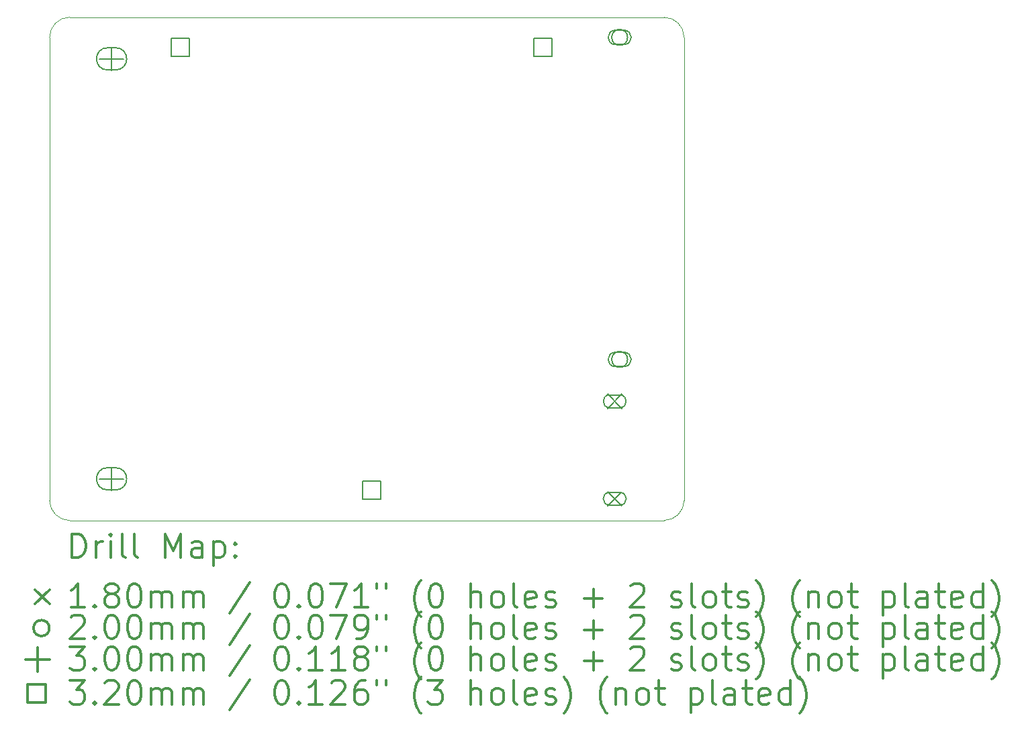
<source format=gbr>
%FSLAX45Y45*%
G04 Gerber Fmt 4.5, Leading zero omitted, Abs format (unit mm)*
G04 Created by KiCad (PCBNEW (5.1.2-1)-1) date 2023-07-30 19:13:54*
%MOMM*%
%LPD*%
G04 APERTURE LIST*
%ADD10C,0.050000*%
%ADD11C,0.200000*%
%ADD12C,0.300000*%
G04 APERTURE END LIST*
D10*
X12065000Y-4064000D02*
G75*
G02X12319000Y-4318000I0J-254000D01*
G01*
X12319000Y-10160000D02*
G75*
G02X12065000Y-10414000I-254000J0D01*
G01*
X4572000Y-10414000D02*
G75*
G02X4318000Y-10160000I0J254000D01*
G01*
X4318000Y-4318000D02*
G75*
G02X4572000Y-4064000I254000J0D01*
G01*
X4318000Y-10160000D02*
X4318000Y-4318000D01*
X12065000Y-10414000D02*
X4572000Y-10414000D01*
X12319000Y-4318000D02*
X12319000Y-10160000D01*
X4572000Y-4064000D02*
X12065000Y-4064000D01*
D11*
X11354000Y-8820000D02*
X11534000Y-9000000D01*
X11534000Y-8820000D02*
X11354000Y-9000000D01*
X11379000Y-8990000D02*
X11509000Y-8990000D01*
X11379000Y-8830000D02*
X11509000Y-8830000D01*
X11509000Y-8990000D02*
G75*
G03X11509000Y-8830000I0J80000D01*
G01*
X11379000Y-8830000D02*
G75*
G03X11379000Y-8990000I0J-80000D01*
G01*
X11354000Y-10050000D02*
X11534000Y-10230000D01*
X11534000Y-10050000D02*
X11354000Y-10230000D01*
X11379000Y-10220000D02*
X11509000Y-10220000D01*
X11379000Y-10060000D02*
X11509000Y-10060000D01*
X11509000Y-10220000D02*
G75*
G03X11509000Y-10060000I0J80000D01*
G01*
X11379000Y-10060000D02*
G75*
G03X11379000Y-10220000I0J-80000D01*
G01*
X11606200Y-4318000D02*
G75*
G03X11606200Y-4318000I-100000J0D01*
G01*
X11451200Y-4408000D02*
X11561200Y-4408000D01*
X11451200Y-4228000D02*
X11561200Y-4228000D01*
X11561200Y-4408000D02*
G75*
G03X11561200Y-4228000I0J90000D01*
G01*
X11451200Y-4228000D02*
G75*
G03X11451200Y-4408000I0J-90000D01*
G01*
X11606200Y-8382000D02*
G75*
G03X11606200Y-8382000I-100000J0D01*
G01*
X11451200Y-8472000D02*
X11561200Y-8472000D01*
X11451200Y-8292000D02*
X11561200Y-8292000D01*
X11561200Y-8472000D02*
G75*
G03X11561200Y-8292000I0J90000D01*
G01*
X11451200Y-8292000D02*
G75*
G03X11451200Y-8472000I0J-90000D01*
G01*
X5100066Y-4439018D02*
X5100066Y-4739018D01*
X4950066Y-4589018D02*
X5250066Y-4589018D01*
X5150066Y-4449018D02*
X5050066Y-4449018D01*
X5150066Y-4729018D02*
X5050066Y-4729018D01*
X5050066Y-4449018D02*
G75*
G03X5050066Y-4729018I0J-140000D01*
G01*
X5150066Y-4729018D02*
G75*
G03X5150066Y-4449018I0J140000D01*
G01*
X5100066Y-9738982D02*
X5100066Y-10038982D01*
X4950066Y-9888982D02*
X5250066Y-9888982D01*
X5150066Y-9748982D02*
X5050066Y-9748982D01*
X5150066Y-10028982D02*
X5050066Y-10028982D01*
X5050066Y-9748982D02*
G75*
G03X5050066Y-10028982I0J-140000D01*
G01*
X5150066Y-10028982D02*
G75*
G03X5150066Y-9748982I0J140000D01*
G01*
X8495138Y-10146138D02*
X8495138Y-9919862D01*
X8268862Y-9919862D01*
X8268862Y-10146138D01*
X8495138Y-10146138D01*
X6082138Y-4558138D02*
X6082138Y-4331862D01*
X5855862Y-4331862D01*
X5855862Y-4558138D01*
X6082138Y-4558138D01*
X10654138Y-4558138D02*
X10654138Y-4331862D01*
X10427862Y-4331862D01*
X10427862Y-4558138D01*
X10654138Y-4558138D01*
D12*
X4601928Y-10882214D02*
X4601928Y-10582214D01*
X4673357Y-10582214D01*
X4716214Y-10596500D01*
X4744786Y-10625072D01*
X4759071Y-10653643D01*
X4773357Y-10710786D01*
X4773357Y-10753643D01*
X4759071Y-10810786D01*
X4744786Y-10839357D01*
X4716214Y-10867929D01*
X4673357Y-10882214D01*
X4601928Y-10882214D01*
X4901928Y-10882214D02*
X4901928Y-10682214D01*
X4901928Y-10739357D02*
X4916214Y-10710786D01*
X4930500Y-10696500D01*
X4959071Y-10682214D01*
X4987643Y-10682214D01*
X5087643Y-10882214D02*
X5087643Y-10682214D01*
X5087643Y-10582214D02*
X5073357Y-10596500D01*
X5087643Y-10610786D01*
X5101928Y-10596500D01*
X5087643Y-10582214D01*
X5087643Y-10610786D01*
X5273357Y-10882214D02*
X5244786Y-10867929D01*
X5230500Y-10839357D01*
X5230500Y-10582214D01*
X5430500Y-10882214D02*
X5401928Y-10867929D01*
X5387643Y-10839357D01*
X5387643Y-10582214D01*
X5773357Y-10882214D02*
X5773357Y-10582214D01*
X5873357Y-10796500D01*
X5973357Y-10582214D01*
X5973357Y-10882214D01*
X6244786Y-10882214D02*
X6244786Y-10725072D01*
X6230500Y-10696500D01*
X6201928Y-10682214D01*
X6144786Y-10682214D01*
X6116214Y-10696500D01*
X6244786Y-10867929D02*
X6216214Y-10882214D01*
X6144786Y-10882214D01*
X6116214Y-10867929D01*
X6101928Y-10839357D01*
X6101928Y-10810786D01*
X6116214Y-10782214D01*
X6144786Y-10767929D01*
X6216214Y-10767929D01*
X6244786Y-10753643D01*
X6387643Y-10682214D02*
X6387643Y-10982214D01*
X6387643Y-10696500D02*
X6416214Y-10682214D01*
X6473357Y-10682214D01*
X6501928Y-10696500D01*
X6516214Y-10710786D01*
X6530500Y-10739357D01*
X6530500Y-10825072D01*
X6516214Y-10853643D01*
X6501928Y-10867929D01*
X6473357Y-10882214D01*
X6416214Y-10882214D01*
X6387643Y-10867929D01*
X6659071Y-10853643D02*
X6673357Y-10867929D01*
X6659071Y-10882214D01*
X6644786Y-10867929D01*
X6659071Y-10853643D01*
X6659071Y-10882214D01*
X6659071Y-10696500D02*
X6673357Y-10710786D01*
X6659071Y-10725072D01*
X6644786Y-10710786D01*
X6659071Y-10696500D01*
X6659071Y-10725072D01*
X4135500Y-11286500D02*
X4315500Y-11466500D01*
X4315500Y-11286500D02*
X4135500Y-11466500D01*
X4759071Y-11512214D02*
X4587643Y-11512214D01*
X4673357Y-11512214D02*
X4673357Y-11212214D01*
X4644786Y-11255071D01*
X4616214Y-11283643D01*
X4587643Y-11297929D01*
X4887643Y-11483643D02*
X4901928Y-11497929D01*
X4887643Y-11512214D01*
X4873357Y-11497929D01*
X4887643Y-11483643D01*
X4887643Y-11512214D01*
X5073357Y-11340786D02*
X5044786Y-11326500D01*
X5030500Y-11312214D01*
X5016214Y-11283643D01*
X5016214Y-11269357D01*
X5030500Y-11240786D01*
X5044786Y-11226500D01*
X5073357Y-11212214D01*
X5130500Y-11212214D01*
X5159071Y-11226500D01*
X5173357Y-11240786D01*
X5187643Y-11269357D01*
X5187643Y-11283643D01*
X5173357Y-11312214D01*
X5159071Y-11326500D01*
X5130500Y-11340786D01*
X5073357Y-11340786D01*
X5044786Y-11355071D01*
X5030500Y-11369357D01*
X5016214Y-11397929D01*
X5016214Y-11455071D01*
X5030500Y-11483643D01*
X5044786Y-11497929D01*
X5073357Y-11512214D01*
X5130500Y-11512214D01*
X5159071Y-11497929D01*
X5173357Y-11483643D01*
X5187643Y-11455071D01*
X5187643Y-11397929D01*
X5173357Y-11369357D01*
X5159071Y-11355071D01*
X5130500Y-11340786D01*
X5373357Y-11212214D02*
X5401928Y-11212214D01*
X5430500Y-11226500D01*
X5444786Y-11240786D01*
X5459071Y-11269357D01*
X5473357Y-11326500D01*
X5473357Y-11397929D01*
X5459071Y-11455071D01*
X5444786Y-11483643D01*
X5430500Y-11497929D01*
X5401928Y-11512214D01*
X5373357Y-11512214D01*
X5344786Y-11497929D01*
X5330500Y-11483643D01*
X5316214Y-11455071D01*
X5301928Y-11397929D01*
X5301928Y-11326500D01*
X5316214Y-11269357D01*
X5330500Y-11240786D01*
X5344786Y-11226500D01*
X5373357Y-11212214D01*
X5601928Y-11512214D02*
X5601928Y-11312214D01*
X5601928Y-11340786D02*
X5616214Y-11326500D01*
X5644786Y-11312214D01*
X5687643Y-11312214D01*
X5716214Y-11326500D01*
X5730500Y-11355071D01*
X5730500Y-11512214D01*
X5730500Y-11355071D02*
X5744786Y-11326500D01*
X5773357Y-11312214D01*
X5816214Y-11312214D01*
X5844786Y-11326500D01*
X5859071Y-11355071D01*
X5859071Y-11512214D01*
X6001928Y-11512214D02*
X6001928Y-11312214D01*
X6001928Y-11340786D02*
X6016214Y-11326500D01*
X6044786Y-11312214D01*
X6087643Y-11312214D01*
X6116214Y-11326500D01*
X6130500Y-11355071D01*
X6130500Y-11512214D01*
X6130500Y-11355071D02*
X6144786Y-11326500D01*
X6173357Y-11312214D01*
X6216214Y-11312214D01*
X6244786Y-11326500D01*
X6259071Y-11355071D01*
X6259071Y-11512214D01*
X6844786Y-11197929D02*
X6587643Y-11583643D01*
X7230500Y-11212214D02*
X7259071Y-11212214D01*
X7287643Y-11226500D01*
X7301928Y-11240786D01*
X7316214Y-11269357D01*
X7330500Y-11326500D01*
X7330500Y-11397929D01*
X7316214Y-11455071D01*
X7301928Y-11483643D01*
X7287643Y-11497929D01*
X7259071Y-11512214D01*
X7230500Y-11512214D01*
X7201928Y-11497929D01*
X7187643Y-11483643D01*
X7173357Y-11455071D01*
X7159071Y-11397929D01*
X7159071Y-11326500D01*
X7173357Y-11269357D01*
X7187643Y-11240786D01*
X7201928Y-11226500D01*
X7230500Y-11212214D01*
X7459071Y-11483643D02*
X7473357Y-11497929D01*
X7459071Y-11512214D01*
X7444786Y-11497929D01*
X7459071Y-11483643D01*
X7459071Y-11512214D01*
X7659071Y-11212214D02*
X7687643Y-11212214D01*
X7716214Y-11226500D01*
X7730500Y-11240786D01*
X7744786Y-11269357D01*
X7759071Y-11326500D01*
X7759071Y-11397929D01*
X7744786Y-11455071D01*
X7730500Y-11483643D01*
X7716214Y-11497929D01*
X7687643Y-11512214D01*
X7659071Y-11512214D01*
X7630500Y-11497929D01*
X7616214Y-11483643D01*
X7601928Y-11455071D01*
X7587643Y-11397929D01*
X7587643Y-11326500D01*
X7601928Y-11269357D01*
X7616214Y-11240786D01*
X7630500Y-11226500D01*
X7659071Y-11212214D01*
X7859071Y-11212214D02*
X8059071Y-11212214D01*
X7930500Y-11512214D01*
X8330500Y-11512214D02*
X8159071Y-11512214D01*
X8244786Y-11512214D02*
X8244786Y-11212214D01*
X8216214Y-11255071D01*
X8187643Y-11283643D01*
X8159071Y-11297929D01*
X8444786Y-11212214D02*
X8444786Y-11269357D01*
X8559071Y-11212214D02*
X8559071Y-11269357D01*
X9001928Y-11626500D02*
X8987643Y-11612214D01*
X8959071Y-11569357D01*
X8944786Y-11540786D01*
X8930500Y-11497929D01*
X8916214Y-11426500D01*
X8916214Y-11369357D01*
X8930500Y-11297929D01*
X8944786Y-11255071D01*
X8959071Y-11226500D01*
X8987643Y-11183643D01*
X9001928Y-11169357D01*
X9173357Y-11212214D02*
X9201928Y-11212214D01*
X9230500Y-11226500D01*
X9244786Y-11240786D01*
X9259071Y-11269357D01*
X9273357Y-11326500D01*
X9273357Y-11397929D01*
X9259071Y-11455071D01*
X9244786Y-11483643D01*
X9230500Y-11497929D01*
X9201928Y-11512214D01*
X9173357Y-11512214D01*
X9144786Y-11497929D01*
X9130500Y-11483643D01*
X9116214Y-11455071D01*
X9101928Y-11397929D01*
X9101928Y-11326500D01*
X9116214Y-11269357D01*
X9130500Y-11240786D01*
X9144786Y-11226500D01*
X9173357Y-11212214D01*
X9630500Y-11512214D02*
X9630500Y-11212214D01*
X9759071Y-11512214D02*
X9759071Y-11355071D01*
X9744786Y-11326500D01*
X9716214Y-11312214D01*
X9673357Y-11312214D01*
X9644786Y-11326500D01*
X9630500Y-11340786D01*
X9944786Y-11512214D02*
X9916214Y-11497929D01*
X9901928Y-11483643D01*
X9887643Y-11455071D01*
X9887643Y-11369357D01*
X9901928Y-11340786D01*
X9916214Y-11326500D01*
X9944786Y-11312214D01*
X9987643Y-11312214D01*
X10016214Y-11326500D01*
X10030500Y-11340786D01*
X10044786Y-11369357D01*
X10044786Y-11455071D01*
X10030500Y-11483643D01*
X10016214Y-11497929D01*
X9987643Y-11512214D01*
X9944786Y-11512214D01*
X10216214Y-11512214D02*
X10187643Y-11497929D01*
X10173357Y-11469357D01*
X10173357Y-11212214D01*
X10444786Y-11497929D02*
X10416214Y-11512214D01*
X10359071Y-11512214D01*
X10330500Y-11497929D01*
X10316214Y-11469357D01*
X10316214Y-11355071D01*
X10330500Y-11326500D01*
X10359071Y-11312214D01*
X10416214Y-11312214D01*
X10444786Y-11326500D01*
X10459071Y-11355071D01*
X10459071Y-11383643D01*
X10316214Y-11412214D01*
X10573357Y-11497929D02*
X10601928Y-11512214D01*
X10659071Y-11512214D01*
X10687643Y-11497929D01*
X10701928Y-11469357D01*
X10701928Y-11455071D01*
X10687643Y-11426500D01*
X10659071Y-11412214D01*
X10616214Y-11412214D01*
X10587643Y-11397929D01*
X10573357Y-11369357D01*
X10573357Y-11355071D01*
X10587643Y-11326500D01*
X10616214Y-11312214D01*
X10659071Y-11312214D01*
X10687643Y-11326500D01*
X11059071Y-11397929D02*
X11287643Y-11397929D01*
X11173357Y-11512214D02*
X11173357Y-11283643D01*
X11644786Y-11240786D02*
X11659071Y-11226500D01*
X11687643Y-11212214D01*
X11759071Y-11212214D01*
X11787643Y-11226500D01*
X11801928Y-11240786D01*
X11816214Y-11269357D01*
X11816214Y-11297929D01*
X11801928Y-11340786D01*
X11630500Y-11512214D01*
X11816214Y-11512214D01*
X12159071Y-11497929D02*
X12187643Y-11512214D01*
X12244786Y-11512214D01*
X12273357Y-11497929D01*
X12287643Y-11469357D01*
X12287643Y-11455071D01*
X12273357Y-11426500D01*
X12244786Y-11412214D01*
X12201928Y-11412214D01*
X12173357Y-11397929D01*
X12159071Y-11369357D01*
X12159071Y-11355071D01*
X12173357Y-11326500D01*
X12201928Y-11312214D01*
X12244786Y-11312214D01*
X12273357Y-11326500D01*
X12459071Y-11512214D02*
X12430500Y-11497929D01*
X12416214Y-11469357D01*
X12416214Y-11212214D01*
X12616214Y-11512214D02*
X12587643Y-11497929D01*
X12573357Y-11483643D01*
X12559071Y-11455071D01*
X12559071Y-11369357D01*
X12573357Y-11340786D01*
X12587643Y-11326500D01*
X12616214Y-11312214D01*
X12659071Y-11312214D01*
X12687643Y-11326500D01*
X12701928Y-11340786D01*
X12716214Y-11369357D01*
X12716214Y-11455071D01*
X12701928Y-11483643D01*
X12687643Y-11497929D01*
X12659071Y-11512214D01*
X12616214Y-11512214D01*
X12801928Y-11312214D02*
X12916214Y-11312214D01*
X12844786Y-11212214D02*
X12844786Y-11469357D01*
X12859071Y-11497929D01*
X12887643Y-11512214D01*
X12916214Y-11512214D01*
X13001928Y-11497929D02*
X13030500Y-11512214D01*
X13087643Y-11512214D01*
X13116214Y-11497929D01*
X13130500Y-11469357D01*
X13130500Y-11455071D01*
X13116214Y-11426500D01*
X13087643Y-11412214D01*
X13044786Y-11412214D01*
X13016214Y-11397929D01*
X13001928Y-11369357D01*
X13001928Y-11355071D01*
X13016214Y-11326500D01*
X13044786Y-11312214D01*
X13087643Y-11312214D01*
X13116214Y-11326500D01*
X13230500Y-11626500D02*
X13244786Y-11612214D01*
X13273357Y-11569357D01*
X13287643Y-11540786D01*
X13301928Y-11497929D01*
X13316214Y-11426500D01*
X13316214Y-11369357D01*
X13301928Y-11297929D01*
X13287643Y-11255071D01*
X13273357Y-11226500D01*
X13244786Y-11183643D01*
X13230500Y-11169357D01*
X13773357Y-11626500D02*
X13759071Y-11612214D01*
X13730500Y-11569357D01*
X13716214Y-11540786D01*
X13701928Y-11497929D01*
X13687643Y-11426500D01*
X13687643Y-11369357D01*
X13701928Y-11297929D01*
X13716214Y-11255071D01*
X13730500Y-11226500D01*
X13759071Y-11183643D01*
X13773357Y-11169357D01*
X13887643Y-11312214D02*
X13887643Y-11512214D01*
X13887643Y-11340786D02*
X13901928Y-11326500D01*
X13930500Y-11312214D01*
X13973357Y-11312214D01*
X14001928Y-11326500D01*
X14016214Y-11355071D01*
X14016214Y-11512214D01*
X14201928Y-11512214D02*
X14173357Y-11497929D01*
X14159071Y-11483643D01*
X14144786Y-11455071D01*
X14144786Y-11369357D01*
X14159071Y-11340786D01*
X14173357Y-11326500D01*
X14201928Y-11312214D01*
X14244786Y-11312214D01*
X14273357Y-11326500D01*
X14287643Y-11340786D01*
X14301928Y-11369357D01*
X14301928Y-11455071D01*
X14287643Y-11483643D01*
X14273357Y-11497929D01*
X14244786Y-11512214D01*
X14201928Y-11512214D01*
X14387643Y-11312214D02*
X14501928Y-11312214D01*
X14430500Y-11212214D02*
X14430500Y-11469357D01*
X14444786Y-11497929D01*
X14473357Y-11512214D01*
X14501928Y-11512214D01*
X14830500Y-11312214D02*
X14830500Y-11612214D01*
X14830500Y-11326500D02*
X14859071Y-11312214D01*
X14916214Y-11312214D01*
X14944786Y-11326500D01*
X14959071Y-11340786D01*
X14973357Y-11369357D01*
X14973357Y-11455071D01*
X14959071Y-11483643D01*
X14944786Y-11497929D01*
X14916214Y-11512214D01*
X14859071Y-11512214D01*
X14830500Y-11497929D01*
X15144786Y-11512214D02*
X15116214Y-11497929D01*
X15101928Y-11469357D01*
X15101928Y-11212214D01*
X15387643Y-11512214D02*
X15387643Y-11355071D01*
X15373357Y-11326500D01*
X15344786Y-11312214D01*
X15287643Y-11312214D01*
X15259071Y-11326500D01*
X15387643Y-11497929D02*
X15359071Y-11512214D01*
X15287643Y-11512214D01*
X15259071Y-11497929D01*
X15244786Y-11469357D01*
X15244786Y-11440786D01*
X15259071Y-11412214D01*
X15287643Y-11397929D01*
X15359071Y-11397929D01*
X15387643Y-11383643D01*
X15487643Y-11312214D02*
X15601928Y-11312214D01*
X15530500Y-11212214D02*
X15530500Y-11469357D01*
X15544786Y-11497929D01*
X15573357Y-11512214D01*
X15601928Y-11512214D01*
X15816214Y-11497929D02*
X15787643Y-11512214D01*
X15730500Y-11512214D01*
X15701928Y-11497929D01*
X15687643Y-11469357D01*
X15687643Y-11355071D01*
X15701928Y-11326500D01*
X15730500Y-11312214D01*
X15787643Y-11312214D01*
X15816214Y-11326500D01*
X15830500Y-11355071D01*
X15830500Y-11383643D01*
X15687643Y-11412214D01*
X16087643Y-11512214D02*
X16087643Y-11212214D01*
X16087643Y-11497929D02*
X16059071Y-11512214D01*
X16001928Y-11512214D01*
X15973357Y-11497929D01*
X15959071Y-11483643D01*
X15944786Y-11455071D01*
X15944786Y-11369357D01*
X15959071Y-11340786D01*
X15973357Y-11326500D01*
X16001928Y-11312214D01*
X16059071Y-11312214D01*
X16087643Y-11326500D01*
X16201928Y-11626500D02*
X16216214Y-11612214D01*
X16244786Y-11569357D01*
X16259071Y-11540786D01*
X16273357Y-11497929D01*
X16287643Y-11426500D01*
X16287643Y-11369357D01*
X16273357Y-11297929D01*
X16259071Y-11255071D01*
X16244786Y-11226500D01*
X16216214Y-11183643D01*
X16201928Y-11169357D01*
X4315500Y-11772500D02*
G75*
G03X4315500Y-11772500I-100000J0D01*
G01*
X4587643Y-11636786D02*
X4601928Y-11622500D01*
X4630500Y-11608214D01*
X4701928Y-11608214D01*
X4730500Y-11622500D01*
X4744786Y-11636786D01*
X4759071Y-11665357D01*
X4759071Y-11693929D01*
X4744786Y-11736786D01*
X4573357Y-11908214D01*
X4759071Y-11908214D01*
X4887643Y-11879643D02*
X4901928Y-11893929D01*
X4887643Y-11908214D01*
X4873357Y-11893929D01*
X4887643Y-11879643D01*
X4887643Y-11908214D01*
X5087643Y-11608214D02*
X5116214Y-11608214D01*
X5144786Y-11622500D01*
X5159071Y-11636786D01*
X5173357Y-11665357D01*
X5187643Y-11722500D01*
X5187643Y-11793929D01*
X5173357Y-11851071D01*
X5159071Y-11879643D01*
X5144786Y-11893929D01*
X5116214Y-11908214D01*
X5087643Y-11908214D01*
X5059071Y-11893929D01*
X5044786Y-11879643D01*
X5030500Y-11851071D01*
X5016214Y-11793929D01*
X5016214Y-11722500D01*
X5030500Y-11665357D01*
X5044786Y-11636786D01*
X5059071Y-11622500D01*
X5087643Y-11608214D01*
X5373357Y-11608214D02*
X5401928Y-11608214D01*
X5430500Y-11622500D01*
X5444786Y-11636786D01*
X5459071Y-11665357D01*
X5473357Y-11722500D01*
X5473357Y-11793929D01*
X5459071Y-11851071D01*
X5444786Y-11879643D01*
X5430500Y-11893929D01*
X5401928Y-11908214D01*
X5373357Y-11908214D01*
X5344786Y-11893929D01*
X5330500Y-11879643D01*
X5316214Y-11851071D01*
X5301928Y-11793929D01*
X5301928Y-11722500D01*
X5316214Y-11665357D01*
X5330500Y-11636786D01*
X5344786Y-11622500D01*
X5373357Y-11608214D01*
X5601928Y-11908214D02*
X5601928Y-11708214D01*
X5601928Y-11736786D02*
X5616214Y-11722500D01*
X5644786Y-11708214D01*
X5687643Y-11708214D01*
X5716214Y-11722500D01*
X5730500Y-11751071D01*
X5730500Y-11908214D01*
X5730500Y-11751071D02*
X5744786Y-11722500D01*
X5773357Y-11708214D01*
X5816214Y-11708214D01*
X5844786Y-11722500D01*
X5859071Y-11751071D01*
X5859071Y-11908214D01*
X6001928Y-11908214D02*
X6001928Y-11708214D01*
X6001928Y-11736786D02*
X6016214Y-11722500D01*
X6044786Y-11708214D01*
X6087643Y-11708214D01*
X6116214Y-11722500D01*
X6130500Y-11751071D01*
X6130500Y-11908214D01*
X6130500Y-11751071D02*
X6144786Y-11722500D01*
X6173357Y-11708214D01*
X6216214Y-11708214D01*
X6244786Y-11722500D01*
X6259071Y-11751071D01*
X6259071Y-11908214D01*
X6844786Y-11593929D02*
X6587643Y-11979643D01*
X7230500Y-11608214D02*
X7259071Y-11608214D01*
X7287643Y-11622500D01*
X7301928Y-11636786D01*
X7316214Y-11665357D01*
X7330500Y-11722500D01*
X7330500Y-11793929D01*
X7316214Y-11851071D01*
X7301928Y-11879643D01*
X7287643Y-11893929D01*
X7259071Y-11908214D01*
X7230500Y-11908214D01*
X7201928Y-11893929D01*
X7187643Y-11879643D01*
X7173357Y-11851071D01*
X7159071Y-11793929D01*
X7159071Y-11722500D01*
X7173357Y-11665357D01*
X7187643Y-11636786D01*
X7201928Y-11622500D01*
X7230500Y-11608214D01*
X7459071Y-11879643D02*
X7473357Y-11893929D01*
X7459071Y-11908214D01*
X7444786Y-11893929D01*
X7459071Y-11879643D01*
X7459071Y-11908214D01*
X7659071Y-11608214D02*
X7687643Y-11608214D01*
X7716214Y-11622500D01*
X7730500Y-11636786D01*
X7744786Y-11665357D01*
X7759071Y-11722500D01*
X7759071Y-11793929D01*
X7744786Y-11851071D01*
X7730500Y-11879643D01*
X7716214Y-11893929D01*
X7687643Y-11908214D01*
X7659071Y-11908214D01*
X7630500Y-11893929D01*
X7616214Y-11879643D01*
X7601928Y-11851071D01*
X7587643Y-11793929D01*
X7587643Y-11722500D01*
X7601928Y-11665357D01*
X7616214Y-11636786D01*
X7630500Y-11622500D01*
X7659071Y-11608214D01*
X7859071Y-11608214D02*
X8059071Y-11608214D01*
X7930500Y-11908214D01*
X8187643Y-11908214D02*
X8244786Y-11908214D01*
X8273357Y-11893929D01*
X8287643Y-11879643D01*
X8316214Y-11836786D01*
X8330500Y-11779643D01*
X8330500Y-11665357D01*
X8316214Y-11636786D01*
X8301928Y-11622500D01*
X8273357Y-11608214D01*
X8216214Y-11608214D01*
X8187643Y-11622500D01*
X8173357Y-11636786D01*
X8159071Y-11665357D01*
X8159071Y-11736786D01*
X8173357Y-11765357D01*
X8187643Y-11779643D01*
X8216214Y-11793929D01*
X8273357Y-11793929D01*
X8301928Y-11779643D01*
X8316214Y-11765357D01*
X8330500Y-11736786D01*
X8444786Y-11608214D02*
X8444786Y-11665357D01*
X8559071Y-11608214D02*
X8559071Y-11665357D01*
X9001928Y-12022500D02*
X8987643Y-12008214D01*
X8959071Y-11965357D01*
X8944786Y-11936786D01*
X8930500Y-11893929D01*
X8916214Y-11822500D01*
X8916214Y-11765357D01*
X8930500Y-11693929D01*
X8944786Y-11651071D01*
X8959071Y-11622500D01*
X8987643Y-11579643D01*
X9001928Y-11565357D01*
X9173357Y-11608214D02*
X9201928Y-11608214D01*
X9230500Y-11622500D01*
X9244786Y-11636786D01*
X9259071Y-11665357D01*
X9273357Y-11722500D01*
X9273357Y-11793929D01*
X9259071Y-11851071D01*
X9244786Y-11879643D01*
X9230500Y-11893929D01*
X9201928Y-11908214D01*
X9173357Y-11908214D01*
X9144786Y-11893929D01*
X9130500Y-11879643D01*
X9116214Y-11851071D01*
X9101928Y-11793929D01*
X9101928Y-11722500D01*
X9116214Y-11665357D01*
X9130500Y-11636786D01*
X9144786Y-11622500D01*
X9173357Y-11608214D01*
X9630500Y-11908214D02*
X9630500Y-11608214D01*
X9759071Y-11908214D02*
X9759071Y-11751071D01*
X9744786Y-11722500D01*
X9716214Y-11708214D01*
X9673357Y-11708214D01*
X9644786Y-11722500D01*
X9630500Y-11736786D01*
X9944786Y-11908214D02*
X9916214Y-11893929D01*
X9901928Y-11879643D01*
X9887643Y-11851071D01*
X9887643Y-11765357D01*
X9901928Y-11736786D01*
X9916214Y-11722500D01*
X9944786Y-11708214D01*
X9987643Y-11708214D01*
X10016214Y-11722500D01*
X10030500Y-11736786D01*
X10044786Y-11765357D01*
X10044786Y-11851071D01*
X10030500Y-11879643D01*
X10016214Y-11893929D01*
X9987643Y-11908214D01*
X9944786Y-11908214D01*
X10216214Y-11908214D02*
X10187643Y-11893929D01*
X10173357Y-11865357D01*
X10173357Y-11608214D01*
X10444786Y-11893929D02*
X10416214Y-11908214D01*
X10359071Y-11908214D01*
X10330500Y-11893929D01*
X10316214Y-11865357D01*
X10316214Y-11751071D01*
X10330500Y-11722500D01*
X10359071Y-11708214D01*
X10416214Y-11708214D01*
X10444786Y-11722500D01*
X10459071Y-11751071D01*
X10459071Y-11779643D01*
X10316214Y-11808214D01*
X10573357Y-11893929D02*
X10601928Y-11908214D01*
X10659071Y-11908214D01*
X10687643Y-11893929D01*
X10701928Y-11865357D01*
X10701928Y-11851071D01*
X10687643Y-11822500D01*
X10659071Y-11808214D01*
X10616214Y-11808214D01*
X10587643Y-11793929D01*
X10573357Y-11765357D01*
X10573357Y-11751071D01*
X10587643Y-11722500D01*
X10616214Y-11708214D01*
X10659071Y-11708214D01*
X10687643Y-11722500D01*
X11059071Y-11793929D02*
X11287643Y-11793929D01*
X11173357Y-11908214D02*
X11173357Y-11679643D01*
X11644786Y-11636786D02*
X11659071Y-11622500D01*
X11687643Y-11608214D01*
X11759071Y-11608214D01*
X11787643Y-11622500D01*
X11801928Y-11636786D01*
X11816214Y-11665357D01*
X11816214Y-11693929D01*
X11801928Y-11736786D01*
X11630500Y-11908214D01*
X11816214Y-11908214D01*
X12159071Y-11893929D02*
X12187643Y-11908214D01*
X12244786Y-11908214D01*
X12273357Y-11893929D01*
X12287643Y-11865357D01*
X12287643Y-11851071D01*
X12273357Y-11822500D01*
X12244786Y-11808214D01*
X12201928Y-11808214D01*
X12173357Y-11793929D01*
X12159071Y-11765357D01*
X12159071Y-11751071D01*
X12173357Y-11722500D01*
X12201928Y-11708214D01*
X12244786Y-11708214D01*
X12273357Y-11722500D01*
X12459071Y-11908214D02*
X12430500Y-11893929D01*
X12416214Y-11865357D01*
X12416214Y-11608214D01*
X12616214Y-11908214D02*
X12587643Y-11893929D01*
X12573357Y-11879643D01*
X12559071Y-11851071D01*
X12559071Y-11765357D01*
X12573357Y-11736786D01*
X12587643Y-11722500D01*
X12616214Y-11708214D01*
X12659071Y-11708214D01*
X12687643Y-11722500D01*
X12701928Y-11736786D01*
X12716214Y-11765357D01*
X12716214Y-11851071D01*
X12701928Y-11879643D01*
X12687643Y-11893929D01*
X12659071Y-11908214D01*
X12616214Y-11908214D01*
X12801928Y-11708214D02*
X12916214Y-11708214D01*
X12844786Y-11608214D02*
X12844786Y-11865357D01*
X12859071Y-11893929D01*
X12887643Y-11908214D01*
X12916214Y-11908214D01*
X13001928Y-11893929D02*
X13030500Y-11908214D01*
X13087643Y-11908214D01*
X13116214Y-11893929D01*
X13130500Y-11865357D01*
X13130500Y-11851071D01*
X13116214Y-11822500D01*
X13087643Y-11808214D01*
X13044786Y-11808214D01*
X13016214Y-11793929D01*
X13001928Y-11765357D01*
X13001928Y-11751071D01*
X13016214Y-11722500D01*
X13044786Y-11708214D01*
X13087643Y-11708214D01*
X13116214Y-11722500D01*
X13230500Y-12022500D02*
X13244786Y-12008214D01*
X13273357Y-11965357D01*
X13287643Y-11936786D01*
X13301928Y-11893929D01*
X13316214Y-11822500D01*
X13316214Y-11765357D01*
X13301928Y-11693929D01*
X13287643Y-11651071D01*
X13273357Y-11622500D01*
X13244786Y-11579643D01*
X13230500Y-11565357D01*
X13773357Y-12022500D02*
X13759071Y-12008214D01*
X13730500Y-11965357D01*
X13716214Y-11936786D01*
X13701928Y-11893929D01*
X13687643Y-11822500D01*
X13687643Y-11765357D01*
X13701928Y-11693929D01*
X13716214Y-11651071D01*
X13730500Y-11622500D01*
X13759071Y-11579643D01*
X13773357Y-11565357D01*
X13887643Y-11708214D02*
X13887643Y-11908214D01*
X13887643Y-11736786D02*
X13901928Y-11722500D01*
X13930500Y-11708214D01*
X13973357Y-11708214D01*
X14001928Y-11722500D01*
X14016214Y-11751071D01*
X14016214Y-11908214D01*
X14201928Y-11908214D02*
X14173357Y-11893929D01*
X14159071Y-11879643D01*
X14144786Y-11851071D01*
X14144786Y-11765357D01*
X14159071Y-11736786D01*
X14173357Y-11722500D01*
X14201928Y-11708214D01*
X14244786Y-11708214D01*
X14273357Y-11722500D01*
X14287643Y-11736786D01*
X14301928Y-11765357D01*
X14301928Y-11851071D01*
X14287643Y-11879643D01*
X14273357Y-11893929D01*
X14244786Y-11908214D01*
X14201928Y-11908214D01*
X14387643Y-11708214D02*
X14501928Y-11708214D01*
X14430500Y-11608214D02*
X14430500Y-11865357D01*
X14444786Y-11893929D01*
X14473357Y-11908214D01*
X14501928Y-11908214D01*
X14830500Y-11708214D02*
X14830500Y-12008214D01*
X14830500Y-11722500D02*
X14859071Y-11708214D01*
X14916214Y-11708214D01*
X14944786Y-11722500D01*
X14959071Y-11736786D01*
X14973357Y-11765357D01*
X14973357Y-11851071D01*
X14959071Y-11879643D01*
X14944786Y-11893929D01*
X14916214Y-11908214D01*
X14859071Y-11908214D01*
X14830500Y-11893929D01*
X15144786Y-11908214D02*
X15116214Y-11893929D01*
X15101928Y-11865357D01*
X15101928Y-11608214D01*
X15387643Y-11908214D02*
X15387643Y-11751071D01*
X15373357Y-11722500D01*
X15344786Y-11708214D01*
X15287643Y-11708214D01*
X15259071Y-11722500D01*
X15387643Y-11893929D02*
X15359071Y-11908214D01*
X15287643Y-11908214D01*
X15259071Y-11893929D01*
X15244786Y-11865357D01*
X15244786Y-11836786D01*
X15259071Y-11808214D01*
X15287643Y-11793929D01*
X15359071Y-11793929D01*
X15387643Y-11779643D01*
X15487643Y-11708214D02*
X15601928Y-11708214D01*
X15530500Y-11608214D02*
X15530500Y-11865357D01*
X15544786Y-11893929D01*
X15573357Y-11908214D01*
X15601928Y-11908214D01*
X15816214Y-11893929D02*
X15787643Y-11908214D01*
X15730500Y-11908214D01*
X15701928Y-11893929D01*
X15687643Y-11865357D01*
X15687643Y-11751071D01*
X15701928Y-11722500D01*
X15730500Y-11708214D01*
X15787643Y-11708214D01*
X15816214Y-11722500D01*
X15830500Y-11751071D01*
X15830500Y-11779643D01*
X15687643Y-11808214D01*
X16087643Y-11908214D02*
X16087643Y-11608214D01*
X16087643Y-11893929D02*
X16059071Y-11908214D01*
X16001928Y-11908214D01*
X15973357Y-11893929D01*
X15959071Y-11879643D01*
X15944786Y-11851071D01*
X15944786Y-11765357D01*
X15959071Y-11736786D01*
X15973357Y-11722500D01*
X16001928Y-11708214D01*
X16059071Y-11708214D01*
X16087643Y-11722500D01*
X16201928Y-12022500D02*
X16216214Y-12008214D01*
X16244786Y-11965357D01*
X16259071Y-11936786D01*
X16273357Y-11893929D01*
X16287643Y-11822500D01*
X16287643Y-11765357D01*
X16273357Y-11693929D01*
X16259071Y-11651071D01*
X16244786Y-11622500D01*
X16216214Y-11579643D01*
X16201928Y-11565357D01*
X4165500Y-12018500D02*
X4165500Y-12318500D01*
X4015500Y-12168500D02*
X4315500Y-12168500D01*
X4573357Y-12004214D02*
X4759071Y-12004214D01*
X4659071Y-12118500D01*
X4701928Y-12118500D01*
X4730500Y-12132786D01*
X4744786Y-12147071D01*
X4759071Y-12175643D01*
X4759071Y-12247071D01*
X4744786Y-12275643D01*
X4730500Y-12289929D01*
X4701928Y-12304214D01*
X4616214Y-12304214D01*
X4587643Y-12289929D01*
X4573357Y-12275643D01*
X4887643Y-12275643D02*
X4901928Y-12289929D01*
X4887643Y-12304214D01*
X4873357Y-12289929D01*
X4887643Y-12275643D01*
X4887643Y-12304214D01*
X5087643Y-12004214D02*
X5116214Y-12004214D01*
X5144786Y-12018500D01*
X5159071Y-12032786D01*
X5173357Y-12061357D01*
X5187643Y-12118500D01*
X5187643Y-12189929D01*
X5173357Y-12247071D01*
X5159071Y-12275643D01*
X5144786Y-12289929D01*
X5116214Y-12304214D01*
X5087643Y-12304214D01*
X5059071Y-12289929D01*
X5044786Y-12275643D01*
X5030500Y-12247071D01*
X5016214Y-12189929D01*
X5016214Y-12118500D01*
X5030500Y-12061357D01*
X5044786Y-12032786D01*
X5059071Y-12018500D01*
X5087643Y-12004214D01*
X5373357Y-12004214D02*
X5401928Y-12004214D01*
X5430500Y-12018500D01*
X5444786Y-12032786D01*
X5459071Y-12061357D01*
X5473357Y-12118500D01*
X5473357Y-12189929D01*
X5459071Y-12247071D01*
X5444786Y-12275643D01*
X5430500Y-12289929D01*
X5401928Y-12304214D01*
X5373357Y-12304214D01*
X5344786Y-12289929D01*
X5330500Y-12275643D01*
X5316214Y-12247071D01*
X5301928Y-12189929D01*
X5301928Y-12118500D01*
X5316214Y-12061357D01*
X5330500Y-12032786D01*
X5344786Y-12018500D01*
X5373357Y-12004214D01*
X5601928Y-12304214D02*
X5601928Y-12104214D01*
X5601928Y-12132786D02*
X5616214Y-12118500D01*
X5644786Y-12104214D01*
X5687643Y-12104214D01*
X5716214Y-12118500D01*
X5730500Y-12147071D01*
X5730500Y-12304214D01*
X5730500Y-12147071D02*
X5744786Y-12118500D01*
X5773357Y-12104214D01*
X5816214Y-12104214D01*
X5844786Y-12118500D01*
X5859071Y-12147071D01*
X5859071Y-12304214D01*
X6001928Y-12304214D02*
X6001928Y-12104214D01*
X6001928Y-12132786D02*
X6016214Y-12118500D01*
X6044786Y-12104214D01*
X6087643Y-12104214D01*
X6116214Y-12118500D01*
X6130500Y-12147071D01*
X6130500Y-12304214D01*
X6130500Y-12147071D02*
X6144786Y-12118500D01*
X6173357Y-12104214D01*
X6216214Y-12104214D01*
X6244786Y-12118500D01*
X6259071Y-12147071D01*
X6259071Y-12304214D01*
X6844786Y-11989929D02*
X6587643Y-12375643D01*
X7230500Y-12004214D02*
X7259071Y-12004214D01*
X7287643Y-12018500D01*
X7301928Y-12032786D01*
X7316214Y-12061357D01*
X7330500Y-12118500D01*
X7330500Y-12189929D01*
X7316214Y-12247071D01*
X7301928Y-12275643D01*
X7287643Y-12289929D01*
X7259071Y-12304214D01*
X7230500Y-12304214D01*
X7201928Y-12289929D01*
X7187643Y-12275643D01*
X7173357Y-12247071D01*
X7159071Y-12189929D01*
X7159071Y-12118500D01*
X7173357Y-12061357D01*
X7187643Y-12032786D01*
X7201928Y-12018500D01*
X7230500Y-12004214D01*
X7459071Y-12275643D02*
X7473357Y-12289929D01*
X7459071Y-12304214D01*
X7444786Y-12289929D01*
X7459071Y-12275643D01*
X7459071Y-12304214D01*
X7759071Y-12304214D02*
X7587643Y-12304214D01*
X7673357Y-12304214D02*
X7673357Y-12004214D01*
X7644786Y-12047071D01*
X7616214Y-12075643D01*
X7587643Y-12089929D01*
X8044786Y-12304214D02*
X7873357Y-12304214D01*
X7959071Y-12304214D02*
X7959071Y-12004214D01*
X7930500Y-12047071D01*
X7901928Y-12075643D01*
X7873357Y-12089929D01*
X8216214Y-12132786D02*
X8187643Y-12118500D01*
X8173357Y-12104214D01*
X8159071Y-12075643D01*
X8159071Y-12061357D01*
X8173357Y-12032786D01*
X8187643Y-12018500D01*
X8216214Y-12004214D01*
X8273357Y-12004214D01*
X8301928Y-12018500D01*
X8316214Y-12032786D01*
X8330500Y-12061357D01*
X8330500Y-12075643D01*
X8316214Y-12104214D01*
X8301928Y-12118500D01*
X8273357Y-12132786D01*
X8216214Y-12132786D01*
X8187643Y-12147071D01*
X8173357Y-12161357D01*
X8159071Y-12189929D01*
X8159071Y-12247071D01*
X8173357Y-12275643D01*
X8187643Y-12289929D01*
X8216214Y-12304214D01*
X8273357Y-12304214D01*
X8301928Y-12289929D01*
X8316214Y-12275643D01*
X8330500Y-12247071D01*
X8330500Y-12189929D01*
X8316214Y-12161357D01*
X8301928Y-12147071D01*
X8273357Y-12132786D01*
X8444786Y-12004214D02*
X8444786Y-12061357D01*
X8559071Y-12004214D02*
X8559071Y-12061357D01*
X9001928Y-12418500D02*
X8987643Y-12404214D01*
X8959071Y-12361357D01*
X8944786Y-12332786D01*
X8930500Y-12289929D01*
X8916214Y-12218500D01*
X8916214Y-12161357D01*
X8930500Y-12089929D01*
X8944786Y-12047071D01*
X8959071Y-12018500D01*
X8987643Y-11975643D01*
X9001928Y-11961357D01*
X9173357Y-12004214D02*
X9201928Y-12004214D01*
X9230500Y-12018500D01*
X9244786Y-12032786D01*
X9259071Y-12061357D01*
X9273357Y-12118500D01*
X9273357Y-12189929D01*
X9259071Y-12247071D01*
X9244786Y-12275643D01*
X9230500Y-12289929D01*
X9201928Y-12304214D01*
X9173357Y-12304214D01*
X9144786Y-12289929D01*
X9130500Y-12275643D01*
X9116214Y-12247071D01*
X9101928Y-12189929D01*
X9101928Y-12118500D01*
X9116214Y-12061357D01*
X9130500Y-12032786D01*
X9144786Y-12018500D01*
X9173357Y-12004214D01*
X9630500Y-12304214D02*
X9630500Y-12004214D01*
X9759071Y-12304214D02*
X9759071Y-12147071D01*
X9744786Y-12118500D01*
X9716214Y-12104214D01*
X9673357Y-12104214D01*
X9644786Y-12118500D01*
X9630500Y-12132786D01*
X9944786Y-12304214D02*
X9916214Y-12289929D01*
X9901928Y-12275643D01*
X9887643Y-12247071D01*
X9887643Y-12161357D01*
X9901928Y-12132786D01*
X9916214Y-12118500D01*
X9944786Y-12104214D01*
X9987643Y-12104214D01*
X10016214Y-12118500D01*
X10030500Y-12132786D01*
X10044786Y-12161357D01*
X10044786Y-12247071D01*
X10030500Y-12275643D01*
X10016214Y-12289929D01*
X9987643Y-12304214D01*
X9944786Y-12304214D01*
X10216214Y-12304214D02*
X10187643Y-12289929D01*
X10173357Y-12261357D01*
X10173357Y-12004214D01*
X10444786Y-12289929D02*
X10416214Y-12304214D01*
X10359071Y-12304214D01*
X10330500Y-12289929D01*
X10316214Y-12261357D01*
X10316214Y-12147071D01*
X10330500Y-12118500D01*
X10359071Y-12104214D01*
X10416214Y-12104214D01*
X10444786Y-12118500D01*
X10459071Y-12147071D01*
X10459071Y-12175643D01*
X10316214Y-12204214D01*
X10573357Y-12289929D02*
X10601928Y-12304214D01*
X10659071Y-12304214D01*
X10687643Y-12289929D01*
X10701928Y-12261357D01*
X10701928Y-12247071D01*
X10687643Y-12218500D01*
X10659071Y-12204214D01*
X10616214Y-12204214D01*
X10587643Y-12189929D01*
X10573357Y-12161357D01*
X10573357Y-12147071D01*
X10587643Y-12118500D01*
X10616214Y-12104214D01*
X10659071Y-12104214D01*
X10687643Y-12118500D01*
X11059071Y-12189929D02*
X11287643Y-12189929D01*
X11173357Y-12304214D02*
X11173357Y-12075643D01*
X11644786Y-12032786D02*
X11659071Y-12018500D01*
X11687643Y-12004214D01*
X11759071Y-12004214D01*
X11787643Y-12018500D01*
X11801928Y-12032786D01*
X11816214Y-12061357D01*
X11816214Y-12089929D01*
X11801928Y-12132786D01*
X11630500Y-12304214D01*
X11816214Y-12304214D01*
X12159071Y-12289929D02*
X12187643Y-12304214D01*
X12244786Y-12304214D01*
X12273357Y-12289929D01*
X12287643Y-12261357D01*
X12287643Y-12247071D01*
X12273357Y-12218500D01*
X12244786Y-12204214D01*
X12201928Y-12204214D01*
X12173357Y-12189929D01*
X12159071Y-12161357D01*
X12159071Y-12147071D01*
X12173357Y-12118500D01*
X12201928Y-12104214D01*
X12244786Y-12104214D01*
X12273357Y-12118500D01*
X12459071Y-12304214D02*
X12430500Y-12289929D01*
X12416214Y-12261357D01*
X12416214Y-12004214D01*
X12616214Y-12304214D02*
X12587643Y-12289929D01*
X12573357Y-12275643D01*
X12559071Y-12247071D01*
X12559071Y-12161357D01*
X12573357Y-12132786D01*
X12587643Y-12118500D01*
X12616214Y-12104214D01*
X12659071Y-12104214D01*
X12687643Y-12118500D01*
X12701928Y-12132786D01*
X12716214Y-12161357D01*
X12716214Y-12247071D01*
X12701928Y-12275643D01*
X12687643Y-12289929D01*
X12659071Y-12304214D01*
X12616214Y-12304214D01*
X12801928Y-12104214D02*
X12916214Y-12104214D01*
X12844786Y-12004214D02*
X12844786Y-12261357D01*
X12859071Y-12289929D01*
X12887643Y-12304214D01*
X12916214Y-12304214D01*
X13001928Y-12289929D02*
X13030500Y-12304214D01*
X13087643Y-12304214D01*
X13116214Y-12289929D01*
X13130500Y-12261357D01*
X13130500Y-12247071D01*
X13116214Y-12218500D01*
X13087643Y-12204214D01*
X13044786Y-12204214D01*
X13016214Y-12189929D01*
X13001928Y-12161357D01*
X13001928Y-12147071D01*
X13016214Y-12118500D01*
X13044786Y-12104214D01*
X13087643Y-12104214D01*
X13116214Y-12118500D01*
X13230500Y-12418500D02*
X13244786Y-12404214D01*
X13273357Y-12361357D01*
X13287643Y-12332786D01*
X13301928Y-12289929D01*
X13316214Y-12218500D01*
X13316214Y-12161357D01*
X13301928Y-12089929D01*
X13287643Y-12047071D01*
X13273357Y-12018500D01*
X13244786Y-11975643D01*
X13230500Y-11961357D01*
X13773357Y-12418500D02*
X13759071Y-12404214D01*
X13730500Y-12361357D01*
X13716214Y-12332786D01*
X13701928Y-12289929D01*
X13687643Y-12218500D01*
X13687643Y-12161357D01*
X13701928Y-12089929D01*
X13716214Y-12047071D01*
X13730500Y-12018500D01*
X13759071Y-11975643D01*
X13773357Y-11961357D01*
X13887643Y-12104214D02*
X13887643Y-12304214D01*
X13887643Y-12132786D02*
X13901928Y-12118500D01*
X13930500Y-12104214D01*
X13973357Y-12104214D01*
X14001928Y-12118500D01*
X14016214Y-12147071D01*
X14016214Y-12304214D01*
X14201928Y-12304214D02*
X14173357Y-12289929D01*
X14159071Y-12275643D01*
X14144786Y-12247071D01*
X14144786Y-12161357D01*
X14159071Y-12132786D01*
X14173357Y-12118500D01*
X14201928Y-12104214D01*
X14244786Y-12104214D01*
X14273357Y-12118500D01*
X14287643Y-12132786D01*
X14301928Y-12161357D01*
X14301928Y-12247071D01*
X14287643Y-12275643D01*
X14273357Y-12289929D01*
X14244786Y-12304214D01*
X14201928Y-12304214D01*
X14387643Y-12104214D02*
X14501928Y-12104214D01*
X14430500Y-12004214D02*
X14430500Y-12261357D01*
X14444786Y-12289929D01*
X14473357Y-12304214D01*
X14501928Y-12304214D01*
X14830500Y-12104214D02*
X14830500Y-12404214D01*
X14830500Y-12118500D02*
X14859071Y-12104214D01*
X14916214Y-12104214D01*
X14944786Y-12118500D01*
X14959071Y-12132786D01*
X14973357Y-12161357D01*
X14973357Y-12247071D01*
X14959071Y-12275643D01*
X14944786Y-12289929D01*
X14916214Y-12304214D01*
X14859071Y-12304214D01*
X14830500Y-12289929D01*
X15144786Y-12304214D02*
X15116214Y-12289929D01*
X15101928Y-12261357D01*
X15101928Y-12004214D01*
X15387643Y-12304214D02*
X15387643Y-12147071D01*
X15373357Y-12118500D01*
X15344786Y-12104214D01*
X15287643Y-12104214D01*
X15259071Y-12118500D01*
X15387643Y-12289929D02*
X15359071Y-12304214D01*
X15287643Y-12304214D01*
X15259071Y-12289929D01*
X15244786Y-12261357D01*
X15244786Y-12232786D01*
X15259071Y-12204214D01*
X15287643Y-12189929D01*
X15359071Y-12189929D01*
X15387643Y-12175643D01*
X15487643Y-12104214D02*
X15601928Y-12104214D01*
X15530500Y-12004214D02*
X15530500Y-12261357D01*
X15544786Y-12289929D01*
X15573357Y-12304214D01*
X15601928Y-12304214D01*
X15816214Y-12289929D02*
X15787643Y-12304214D01*
X15730500Y-12304214D01*
X15701928Y-12289929D01*
X15687643Y-12261357D01*
X15687643Y-12147071D01*
X15701928Y-12118500D01*
X15730500Y-12104214D01*
X15787643Y-12104214D01*
X15816214Y-12118500D01*
X15830500Y-12147071D01*
X15830500Y-12175643D01*
X15687643Y-12204214D01*
X16087643Y-12304214D02*
X16087643Y-12004214D01*
X16087643Y-12289929D02*
X16059071Y-12304214D01*
X16001928Y-12304214D01*
X15973357Y-12289929D01*
X15959071Y-12275643D01*
X15944786Y-12247071D01*
X15944786Y-12161357D01*
X15959071Y-12132786D01*
X15973357Y-12118500D01*
X16001928Y-12104214D01*
X16059071Y-12104214D01*
X16087643Y-12118500D01*
X16201928Y-12418500D02*
X16216214Y-12404214D01*
X16244786Y-12361357D01*
X16259071Y-12332786D01*
X16273357Y-12289929D01*
X16287643Y-12218500D01*
X16287643Y-12161357D01*
X16273357Y-12089929D01*
X16259071Y-12047071D01*
X16244786Y-12018500D01*
X16216214Y-11975643D01*
X16201928Y-11961357D01*
X4268638Y-12711638D02*
X4268638Y-12485362D01*
X4042362Y-12485362D01*
X4042362Y-12711638D01*
X4268638Y-12711638D01*
X4573357Y-12434214D02*
X4759071Y-12434214D01*
X4659071Y-12548500D01*
X4701928Y-12548500D01*
X4730500Y-12562786D01*
X4744786Y-12577071D01*
X4759071Y-12605643D01*
X4759071Y-12677071D01*
X4744786Y-12705643D01*
X4730500Y-12719929D01*
X4701928Y-12734214D01*
X4616214Y-12734214D01*
X4587643Y-12719929D01*
X4573357Y-12705643D01*
X4887643Y-12705643D02*
X4901928Y-12719929D01*
X4887643Y-12734214D01*
X4873357Y-12719929D01*
X4887643Y-12705643D01*
X4887643Y-12734214D01*
X5016214Y-12462786D02*
X5030500Y-12448500D01*
X5059071Y-12434214D01*
X5130500Y-12434214D01*
X5159071Y-12448500D01*
X5173357Y-12462786D01*
X5187643Y-12491357D01*
X5187643Y-12519929D01*
X5173357Y-12562786D01*
X5001928Y-12734214D01*
X5187643Y-12734214D01*
X5373357Y-12434214D02*
X5401928Y-12434214D01*
X5430500Y-12448500D01*
X5444786Y-12462786D01*
X5459071Y-12491357D01*
X5473357Y-12548500D01*
X5473357Y-12619929D01*
X5459071Y-12677071D01*
X5444786Y-12705643D01*
X5430500Y-12719929D01*
X5401928Y-12734214D01*
X5373357Y-12734214D01*
X5344786Y-12719929D01*
X5330500Y-12705643D01*
X5316214Y-12677071D01*
X5301928Y-12619929D01*
X5301928Y-12548500D01*
X5316214Y-12491357D01*
X5330500Y-12462786D01*
X5344786Y-12448500D01*
X5373357Y-12434214D01*
X5601928Y-12734214D02*
X5601928Y-12534214D01*
X5601928Y-12562786D02*
X5616214Y-12548500D01*
X5644786Y-12534214D01*
X5687643Y-12534214D01*
X5716214Y-12548500D01*
X5730500Y-12577071D01*
X5730500Y-12734214D01*
X5730500Y-12577071D02*
X5744786Y-12548500D01*
X5773357Y-12534214D01*
X5816214Y-12534214D01*
X5844786Y-12548500D01*
X5859071Y-12577071D01*
X5859071Y-12734214D01*
X6001928Y-12734214D02*
X6001928Y-12534214D01*
X6001928Y-12562786D02*
X6016214Y-12548500D01*
X6044786Y-12534214D01*
X6087643Y-12534214D01*
X6116214Y-12548500D01*
X6130500Y-12577071D01*
X6130500Y-12734214D01*
X6130500Y-12577071D02*
X6144786Y-12548500D01*
X6173357Y-12534214D01*
X6216214Y-12534214D01*
X6244786Y-12548500D01*
X6259071Y-12577071D01*
X6259071Y-12734214D01*
X6844786Y-12419929D02*
X6587643Y-12805643D01*
X7230500Y-12434214D02*
X7259071Y-12434214D01*
X7287643Y-12448500D01*
X7301928Y-12462786D01*
X7316214Y-12491357D01*
X7330500Y-12548500D01*
X7330500Y-12619929D01*
X7316214Y-12677071D01*
X7301928Y-12705643D01*
X7287643Y-12719929D01*
X7259071Y-12734214D01*
X7230500Y-12734214D01*
X7201928Y-12719929D01*
X7187643Y-12705643D01*
X7173357Y-12677071D01*
X7159071Y-12619929D01*
X7159071Y-12548500D01*
X7173357Y-12491357D01*
X7187643Y-12462786D01*
X7201928Y-12448500D01*
X7230500Y-12434214D01*
X7459071Y-12705643D02*
X7473357Y-12719929D01*
X7459071Y-12734214D01*
X7444786Y-12719929D01*
X7459071Y-12705643D01*
X7459071Y-12734214D01*
X7759071Y-12734214D02*
X7587643Y-12734214D01*
X7673357Y-12734214D02*
X7673357Y-12434214D01*
X7644786Y-12477071D01*
X7616214Y-12505643D01*
X7587643Y-12519929D01*
X7873357Y-12462786D02*
X7887643Y-12448500D01*
X7916214Y-12434214D01*
X7987643Y-12434214D01*
X8016214Y-12448500D01*
X8030500Y-12462786D01*
X8044786Y-12491357D01*
X8044786Y-12519929D01*
X8030500Y-12562786D01*
X7859071Y-12734214D01*
X8044786Y-12734214D01*
X8301928Y-12434214D02*
X8244786Y-12434214D01*
X8216214Y-12448500D01*
X8201928Y-12462786D01*
X8173357Y-12505643D01*
X8159071Y-12562786D01*
X8159071Y-12677071D01*
X8173357Y-12705643D01*
X8187643Y-12719929D01*
X8216214Y-12734214D01*
X8273357Y-12734214D01*
X8301928Y-12719929D01*
X8316214Y-12705643D01*
X8330500Y-12677071D01*
X8330500Y-12605643D01*
X8316214Y-12577071D01*
X8301928Y-12562786D01*
X8273357Y-12548500D01*
X8216214Y-12548500D01*
X8187643Y-12562786D01*
X8173357Y-12577071D01*
X8159071Y-12605643D01*
X8444786Y-12434214D02*
X8444786Y-12491357D01*
X8559071Y-12434214D02*
X8559071Y-12491357D01*
X9001928Y-12848500D02*
X8987643Y-12834214D01*
X8959071Y-12791357D01*
X8944786Y-12762786D01*
X8930500Y-12719929D01*
X8916214Y-12648500D01*
X8916214Y-12591357D01*
X8930500Y-12519929D01*
X8944786Y-12477071D01*
X8959071Y-12448500D01*
X8987643Y-12405643D01*
X9001928Y-12391357D01*
X9087643Y-12434214D02*
X9273357Y-12434214D01*
X9173357Y-12548500D01*
X9216214Y-12548500D01*
X9244786Y-12562786D01*
X9259071Y-12577071D01*
X9273357Y-12605643D01*
X9273357Y-12677071D01*
X9259071Y-12705643D01*
X9244786Y-12719929D01*
X9216214Y-12734214D01*
X9130500Y-12734214D01*
X9101928Y-12719929D01*
X9087643Y-12705643D01*
X9630500Y-12734214D02*
X9630500Y-12434214D01*
X9759071Y-12734214D02*
X9759071Y-12577071D01*
X9744786Y-12548500D01*
X9716214Y-12534214D01*
X9673357Y-12534214D01*
X9644786Y-12548500D01*
X9630500Y-12562786D01*
X9944786Y-12734214D02*
X9916214Y-12719929D01*
X9901928Y-12705643D01*
X9887643Y-12677071D01*
X9887643Y-12591357D01*
X9901928Y-12562786D01*
X9916214Y-12548500D01*
X9944786Y-12534214D01*
X9987643Y-12534214D01*
X10016214Y-12548500D01*
X10030500Y-12562786D01*
X10044786Y-12591357D01*
X10044786Y-12677071D01*
X10030500Y-12705643D01*
X10016214Y-12719929D01*
X9987643Y-12734214D01*
X9944786Y-12734214D01*
X10216214Y-12734214D02*
X10187643Y-12719929D01*
X10173357Y-12691357D01*
X10173357Y-12434214D01*
X10444786Y-12719929D02*
X10416214Y-12734214D01*
X10359071Y-12734214D01*
X10330500Y-12719929D01*
X10316214Y-12691357D01*
X10316214Y-12577071D01*
X10330500Y-12548500D01*
X10359071Y-12534214D01*
X10416214Y-12534214D01*
X10444786Y-12548500D01*
X10459071Y-12577071D01*
X10459071Y-12605643D01*
X10316214Y-12634214D01*
X10573357Y-12719929D02*
X10601928Y-12734214D01*
X10659071Y-12734214D01*
X10687643Y-12719929D01*
X10701928Y-12691357D01*
X10701928Y-12677071D01*
X10687643Y-12648500D01*
X10659071Y-12634214D01*
X10616214Y-12634214D01*
X10587643Y-12619929D01*
X10573357Y-12591357D01*
X10573357Y-12577071D01*
X10587643Y-12548500D01*
X10616214Y-12534214D01*
X10659071Y-12534214D01*
X10687643Y-12548500D01*
X10801928Y-12848500D02*
X10816214Y-12834214D01*
X10844786Y-12791357D01*
X10859071Y-12762786D01*
X10873357Y-12719929D01*
X10887643Y-12648500D01*
X10887643Y-12591357D01*
X10873357Y-12519929D01*
X10859071Y-12477071D01*
X10844786Y-12448500D01*
X10816214Y-12405643D01*
X10801928Y-12391357D01*
X11344786Y-12848500D02*
X11330500Y-12834214D01*
X11301928Y-12791357D01*
X11287643Y-12762786D01*
X11273357Y-12719929D01*
X11259071Y-12648500D01*
X11259071Y-12591357D01*
X11273357Y-12519929D01*
X11287643Y-12477071D01*
X11301928Y-12448500D01*
X11330500Y-12405643D01*
X11344786Y-12391357D01*
X11459071Y-12534214D02*
X11459071Y-12734214D01*
X11459071Y-12562786D02*
X11473357Y-12548500D01*
X11501928Y-12534214D01*
X11544786Y-12534214D01*
X11573357Y-12548500D01*
X11587643Y-12577071D01*
X11587643Y-12734214D01*
X11773357Y-12734214D02*
X11744786Y-12719929D01*
X11730500Y-12705643D01*
X11716214Y-12677071D01*
X11716214Y-12591357D01*
X11730500Y-12562786D01*
X11744786Y-12548500D01*
X11773357Y-12534214D01*
X11816214Y-12534214D01*
X11844786Y-12548500D01*
X11859071Y-12562786D01*
X11873357Y-12591357D01*
X11873357Y-12677071D01*
X11859071Y-12705643D01*
X11844786Y-12719929D01*
X11816214Y-12734214D01*
X11773357Y-12734214D01*
X11959071Y-12534214D02*
X12073357Y-12534214D01*
X12001928Y-12434214D02*
X12001928Y-12691357D01*
X12016214Y-12719929D01*
X12044786Y-12734214D01*
X12073357Y-12734214D01*
X12401928Y-12534214D02*
X12401928Y-12834214D01*
X12401928Y-12548500D02*
X12430500Y-12534214D01*
X12487643Y-12534214D01*
X12516214Y-12548500D01*
X12530500Y-12562786D01*
X12544786Y-12591357D01*
X12544786Y-12677071D01*
X12530500Y-12705643D01*
X12516214Y-12719929D01*
X12487643Y-12734214D01*
X12430500Y-12734214D01*
X12401928Y-12719929D01*
X12716214Y-12734214D02*
X12687643Y-12719929D01*
X12673357Y-12691357D01*
X12673357Y-12434214D01*
X12959071Y-12734214D02*
X12959071Y-12577071D01*
X12944786Y-12548500D01*
X12916214Y-12534214D01*
X12859071Y-12534214D01*
X12830500Y-12548500D01*
X12959071Y-12719929D02*
X12930500Y-12734214D01*
X12859071Y-12734214D01*
X12830500Y-12719929D01*
X12816214Y-12691357D01*
X12816214Y-12662786D01*
X12830500Y-12634214D01*
X12859071Y-12619929D01*
X12930500Y-12619929D01*
X12959071Y-12605643D01*
X13059071Y-12534214D02*
X13173357Y-12534214D01*
X13101928Y-12434214D02*
X13101928Y-12691357D01*
X13116214Y-12719929D01*
X13144786Y-12734214D01*
X13173357Y-12734214D01*
X13387643Y-12719929D02*
X13359071Y-12734214D01*
X13301928Y-12734214D01*
X13273357Y-12719929D01*
X13259071Y-12691357D01*
X13259071Y-12577071D01*
X13273357Y-12548500D01*
X13301928Y-12534214D01*
X13359071Y-12534214D01*
X13387643Y-12548500D01*
X13401928Y-12577071D01*
X13401928Y-12605643D01*
X13259071Y-12634214D01*
X13659071Y-12734214D02*
X13659071Y-12434214D01*
X13659071Y-12719929D02*
X13630500Y-12734214D01*
X13573357Y-12734214D01*
X13544786Y-12719929D01*
X13530500Y-12705643D01*
X13516214Y-12677071D01*
X13516214Y-12591357D01*
X13530500Y-12562786D01*
X13544786Y-12548500D01*
X13573357Y-12534214D01*
X13630500Y-12534214D01*
X13659071Y-12548500D01*
X13773357Y-12848500D02*
X13787643Y-12834214D01*
X13816214Y-12791357D01*
X13830500Y-12762786D01*
X13844786Y-12719929D01*
X13859071Y-12648500D01*
X13859071Y-12591357D01*
X13844786Y-12519929D01*
X13830500Y-12477071D01*
X13816214Y-12448500D01*
X13787643Y-12405643D01*
X13773357Y-12391357D01*
M02*

</source>
